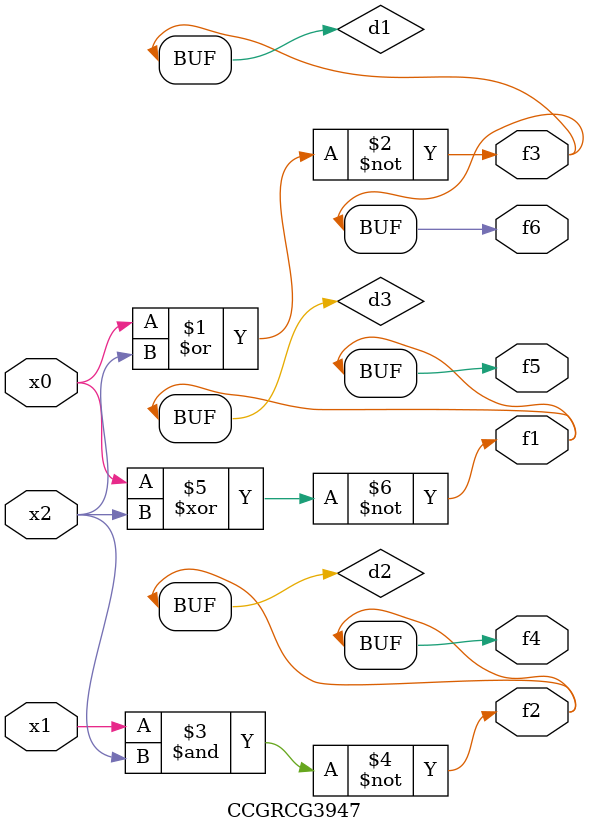
<source format=v>
module CCGRCG3947(
	input x0, x1, x2,
	output f1, f2, f3, f4, f5, f6
);

	wire d1, d2, d3;

	nor (d1, x0, x2);
	nand (d2, x1, x2);
	xnor (d3, x0, x2);
	assign f1 = d3;
	assign f2 = d2;
	assign f3 = d1;
	assign f4 = d2;
	assign f5 = d3;
	assign f6 = d1;
endmodule

</source>
